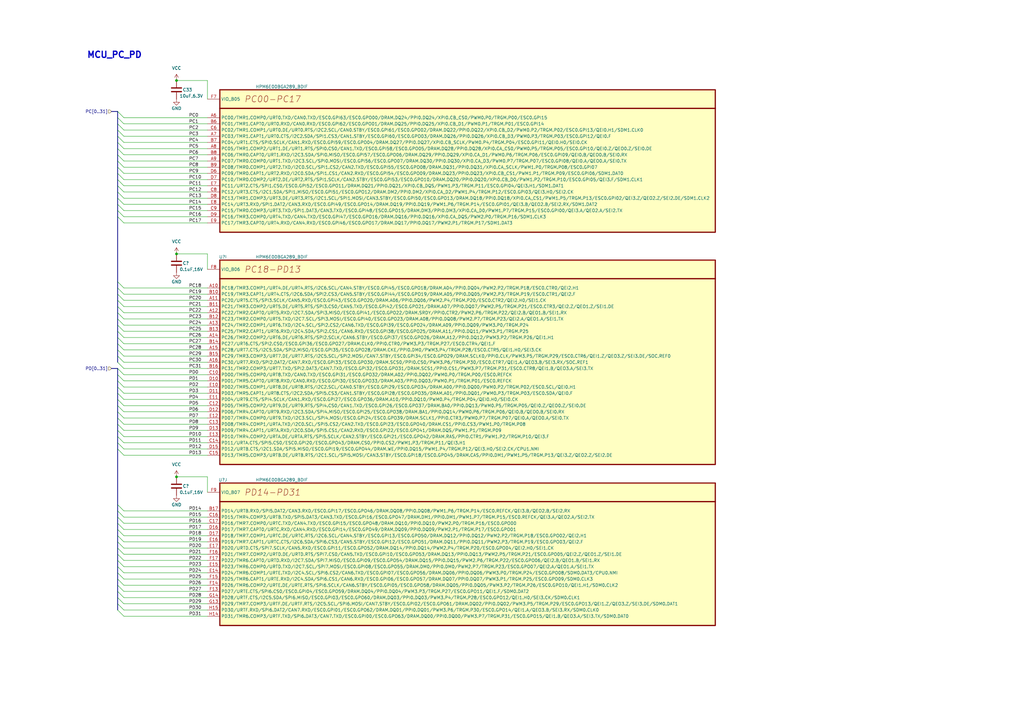
<source format=kicad_sch>
(kicad_sch (version 20230121) (generator eeschema)
  (paper "A3")
  (title_block (title "HPM6E00FULLPORTRevB") (date "2024-09-12") (rev "RevA") (comment 1 "MCU_PC_PD"))
  (junction (at 72.39 104.14))
  (junction (at 72.39 195.58))
  (junction (at 72.39 33.02))
  (bus_entry (at 48.26 219.71) (size 2.54 2.54))
  (bus_entry (at 48.26 214.63) (size 2.54 2.54))
  (bus_entry (at 48.26 48.26) (size 2.54 2.54))
  (bus_entry (at 48.26 232.41) (size 2.54 2.54))
  (bus_entry (at 48.26 247.65) (size 2.54 2.54))
  (bus_entry (at 48.26 133.35) (size 2.54 2.54))
  (bus_entry (at 48.26 83.82) (size 2.54 2.54))
  (bus_entry (at 48.26 151.13) (size 2.54 2.54))
  (bus_entry (at 48.26 71.12) (size 2.54 2.54))
  (bus_entry (at 48.26 120.65) (size 2.54 2.54))
  (bus_entry (at 48.26 184.15) (size 2.54 2.54))
  (bus_entry (at 48.26 125.73) (size 2.54 2.54))
  (bus_entry (at 48.26 166.37) (size 2.54 2.54))
  (bus_entry (at 48.26 207.01) (size 2.54 2.54))
  (bus_entry (at 48.26 158.75) (size 2.54 2.54))
  (bus_entry (at 48.26 240.03) (size 2.54 2.54))
  (bus_entry (at 48.26 81.28) (size 2.54 2.54))
  (bus_entry (at 48.26 234.95) (size 2.54 2.54))
  (bus_entry (at 48.26 138.43) (size 2.54 2.54))
  (bus_entry (at 48.26 86.36) (size 2.54 2.54))
  (bus_entry (at 48.26 128.27) (size 2.54 2.54))
  (bus_entry (at 48.26 148.59) (size 2.54 2.54))
  (bus_entry (at 48.26 115.57) (size 2.54 2.54))
  (bus_entry (at 48.26 153.67) (size 2.54 2.54))
  (bus_entry (at 48.26 163.83) (size 2.54 2.54))
  (bus_entry (at 48.26 143.51) (size 2.54 2.54))
  (bus_entry (at 48.26 229.87) (size 2.54 2.54))
  (bus_entry (at 48.26 171.45) (size 2.54 2.54))
  (bus_entry (at 48.26 217.17) (size 2.54 2.54))
  (bus_entry (at 48.26 212.09) (size 2.54 2.54))
  (bus_entry (at 48.26 130.81) (size 2.54 2.54))
  (bus_entry (at 48.26 88.9) (size 2.54 2.54))
  (bus_entry (at 48.26 50.8) (size 2.54 2.54))
  (bus_entry (at 48.26 68.58) (size 2.54 2.54))
  (bus_entry (at 48.26 176.53) (size 2.54 2.54))
  (bus_entry (at 48.26 224.79) (size 2.54 2.54))
  (bus_entry (at 48.26 181.61) (size 2.54 2.54))
  (bus_entry (at 48.26 245.11) (size 2.54 2.54))
  (bus_entry (at 48.26 78.74) (size 2.54 2.54))
  (bus_entry (at 48.26 73.66) (size 2.54 2.54))
  (bus_entry (at 48.26 156.21) (size 2.54 2.54))
  (bus_entry (at 48.26 66.04) (size 2.54 2.54))
  (bus_entry (at 48.26 135.89) (size 2.54 2.54))
  (bus_entry (at 48.26 63.5) (size 2.54 2.54))
  (bus_entry (at 48.26 237.49) (size 2.54 2.54))
  (bus_entry (at 48.26 209.55) (size 2.54 2.54))
  (bus_entry (at 48.26 76.2) (size 2.54 2.54))
  (bus_entry (at 48.26 123.19) (size 2.54 2.54))
  (bus_entry (at 48.26 242.57) (size 2.54 2.54))
  (bus_entry (at 48.26 179.07) (size 2.54 2.54))
  (bus_entry (at 48.26 55.88) (size 2.54 2.54))
  (bus_entry (at 48.26 45.72) (size 2.54 2.54))
  (bus_entry (at 48.26 161.29) (size 2.54 2.54))
  (bus_entry (at 48.26 250.19) (size 2.54 2.54))
  (bus_entry (at 48.26 168.91) (size 2.54 2.54))
  (bus_entry (at 48.26 60.96) (size 2.54 2.54))
  (bus_entry (at 48.26 222.25) (size 2.54 2.54))
  (bus_entry (at 48.26 118.11) (size 2.54 2.54))
  (bus_entry (at 48.26 53.34) (size 2.54 2.54))
  (bus_entry (at 48.26 140.97) (size 2.54 2.54))
  (bus_entry (at 48.26 58.42) (size 2.54 2.54))
  (bus_entry (at 48.26 146.05) (size 2.54 2.54))
  (bus_entry (at 48.26 227.33) (size 2.54 2.54))
  (bus_entry (at 48.26 173.99) (size 2.54 2.54))
  (bus (pts (xy 48.26 184.15) (xy 48.26 207.01)))
  (bus (pts (xy 48.26 237.49) (xy 48.26 240.03)))
  (wire (pts (xy 50.8 63.5) (xy 85.09 63.5)))
  (bus (pts (xy 48.26 63.5) (xy 48.26 66.04)))
  (bus (pts (xy 48.26 217.17) (xy 48.26 219.71)))
  (wire (pts (xy 50.8 163.83) (xy 85.09 163.83)))
  (wire (pts (xy 50.8 140.97) (xy 85.09 140.97)))
  (bus (pts (xy 48.26 156.21) (xy 48.26 158.75)))
  (bus (pts (xy 48.26 212.09) (xy 48.26 214.63)))
  (wire (pts (xy 50.8 135.89) (xy 85.09 135.89)))
  (wire (pts (xy 50.8 58.42) (xy 85.09 58.42)))
  (bus (pts (xy 48.26 86.36) (xy 48.26 88.9)))
  (bus (pts (xy 48.26 130.81) (xy 48.26 133.35)))
  (wire (pts (xy 85.09 195.58) (xy 72.39 195.58)))
  (wire (pts (xy 50.8 252.73) (xy 85.09 252.73)))
  (bus (pts (xy 48.26 224.79) (xy 48.26 227.33)))
  (wire (pts (xy 50.8 148.59) (xy 85.09 148.59)))
  (wire (pts (xy 50.8 48.26) (xy 85.09 48.26)))
  (wire (pts (xy 50.8 166.37) (xy 85.09 166.37)))
  (wire (pts (xy 50.8 209.55) (xy 85.09 209.55)))
  (bus (pts (xy 48.26 232.41) (xy 48.26 234.95)))
  (bus (pts (xy 48.26 128.27) (xy 48.26 130.81)))
  (wire (pts (xy 50.8 68.58) (xy 85.09 68.58)))
  (wire (pts (xy 50.8 60.96) (xy 85.09 60.96)))
  (bus (pts (xy 48.26 227.33) (xy 48.26 229.87)))
  (bus (pts (xy 48.26 55.88) (xy 48.26 58.42)))
  (wire (pts (xy 50.8 219.71) (xy 85.09 219.71)))
  (bus (pts (xy 48.26 66.04) (xy 48.26 68.58)))
  (wire (pts (xy 50.8 50.8) (xy 85.09 50.8)))
  (bus (pts (xy 48.26 209.55) (xy 48.26 212.09)))
  (bus (pts (xy 48.26 163.83) (xy 48.26 166.37)))
  (wire (pts (xy 50.8 222.25) (xy 85.09 222.25)))
  (bus (pts (xy 48.26 176.53) (xy 48.26 179.07)))
  (bus (pts (xy 48.26 53.34) (xy 48.26 55.88)))
  (wire (pts (xy 50.8 151.13) (xy 85.09 151.13)))
  (wire (pts (xy 50.8 146.05) (xy 85.09 146.05)))
  (bus (pts (xy 48.26 207.01) (xy 48.26 209.55)))
  (bus (pts (xy 48.26 81.28) (xy 48.26 83.82)))
  (bus (pts (xy 48.26 118.11) (xy 48.26 120.65)))
  (bus (pts (xy 48.26 45.72) (xy 48.26 48.26)))
  (bus (pts (xy 48.26 168.91) (xy 48.26 171.45)))
  (wire (pts (xy 85.09 33.02) (xy 85.09 40.64)))
  (wire (pts (xy 50.8 171.45) (xy 85.09 171.45)))
  (wire (pts (xy 50.8 81.28) (xy 85.09 81.28)))
  (bus (pts (xy 48.26 181.61) (xy 48.26 184.15)))
  (wire (pts (xy 50.8 53.34) (xy 85.09 53.34)))
  (wire (pts (xy 85.09 104.14) (xy 72.39 104.14)))
  (bus (pts (xy 48.26 60.96) (xy 48.26 63.5)))
  (wire (pts (xy 85.09 104.14) (xy 85.09 110.49)))
  (bus (pts (xy 48.26 222.25) (xy 48.26 224.79)))
  (bus (pts (xy 48.26 146.05) (xy 48.26 148.59)))
  (wire (pts (xy 85.09 33.02) (xy 72.39 33.02)))
  (wire (pts (xy 50.8 76.2) (xy 85.09 76.2)))
  (wire (pts (xy 50.8 214.63) (xy 85.09 214.63)))
  (bus (pts (xy 48.26 153.67) (xy 48.26 156.21)))
  (wire (pts (xy 50.8 176.53) (xy 85.09 176.53)))
  (wire (pts (xy 50.8 138.43) (xy 85.09 138.43)))
  (wire (pts (xy 50.8 66.04) (xy 85.09 66.04)))
  (wire (pts (xy 50.8 173.99) (xy 85.09 173.99)))
  (wire (pts (xy 50.8 158.75) (xy 85.09 158.75)))
  (wire (pts (xy 50.8 71.12) (xy 85.09 71.12)))
  (wire (pts (xy 50.8 217.17) (xy 85.09 217.17)))
  (wire (pts (xy 50.8 245.11) (xy 85.09 245.11)))
  (wire (pts (xy 50.8 123.19) (xy 85.09 123.19)))
  (wire (pts (xy 50.8 179.07) (xy 85.09 179.07)))
  (bus (pts (xy 48.26 135.89) (xy 48.26 138.43)))
  (bus (pts (xy 48.26 88.9) (xy 48.26 115.57)))
  (wire (pts (xy 50.8 156.21) (xy 85.09 156.21)))
  (wire (pts (xy 50.8 232.41) (xy 85.09 232.41)))
  (wire (pts (xy 50.8 227.33) (xy 85.09 227.33)))
  (bus (pts (xy 48.26 245.11) (xy 48.26 247.65)))
  (bus (pts (xy 48.26 120.65) (xy 48.26 123.19)))
  (bus (pts (xy 48.26 71.12) (xy 48.26 73.66)))
  (bus (pts (xy 48.26 229.87) (xy 48.26 232.41)))
  (bus (pts (xy 48.26 76.2) (xy 48.26 78.74)))
  (wire (pts (xy 50.8 130.81) (xy 85.09 130.81)))
  (bus (pts (xy 48.26 171.45) (xy 48.26 173.99)))
  (wire (pts (xy 50.8 73.66) (xy 85.09 73.66)))
  (bus (pts (xy 48.26 140.97) (xy 48.26 143.51)))
  (wire (pts (xy 50.8 229.87) (xy 85.09 229.87)))
  (wire (pts (xy 50.8 86.36) (xy 85.09 86.36)))
  (wire (pts (xy 50.8 55.88) (xy 85.09 55.88)))
  (bus (pts (xy 48.26 151.13) (xy 48.26 153.67)))
  (wire (pts (xy 50.8 186.69) (xy 85.09 186.69)))
  (wire (pts (xy 50.8 250.19) (xy 85.09 250.19)))
  (bus (pts (xy 48.26 83.82) (xy 48.26 86.36)))
  (bus (pts (xy 48.26 234.95) (xy 48.26 237.49)))
  (bus (pts (xy 48.26 58.42) (xy 48.26 60.96)))
  (bus (pts (xy 48.26 133.35) (xy 48.26 135.89)))
  (wire (pts (xy 50.8 234.95) (xy 85.09 234.95)))
  (bus (pts (xy 48.26 123.19) (xy 48.26 125.73)))
  (wire (pts (xy 50.8 133.35) (xy 85.09 133.35)))
  (bus (pts (xy 48.26 214.63) (xy 48.26 217.17)))
  (wire (pts (xy 50.8 242.57) (xy 85.09 242.57)))
  (wire (pts (xy 50.8 181.61) (xy 85.09 181.61)))
  (bus (pts (xy 48.26 48.26) (xy 48.26 50.8)))
  (wire (pts (xy 50.8 247.65) (xy 85.09 247.65)))
  (bus (pts (xy 48.26 115.57) (xy 48.26 118.11)))
  (bus (pts (xy 48.26 78.74) (xy 48.26 81.28)))
  (bus (pts (xy 48.26 50.8) (xy 48.26 53.34)))
  (bus (pts (xy 48.26 138.43) (xy 48.26 140.97)))
  (bus (pts (xy 48.26 240.03) (xy 48.26 242.57)))
  (wire (pts (xy 50.8 91.44) (xy 85.09 91.44)))
  (bus (pts (xy 45.72 45.72) (xy 48.26 45.72)))
  (wire (pts (xy 50.8 128.27) (xy 85.09 128.27)))
  (bus (pts (xy 45.72 151.13) (xy 48.26 151.13)))
  (bus (pts (xy 48.26 68.58) (xy 48.26 71.12)))
  (wire (pts (xy 50.8 88.9) (xy 85.09 88.9)))
  (wire (pts (xy 50.8 161.29) (xy 85.09 161.29)))
  (bus (pts (xy 48.26 247.65) (xy 48.26 250.19)))
  (wire (pts (xy 50.8 184.15) (xy 85.09 184.15)))
  (wire (pts (xy 50.8 125.73) (xy 85.09 125.73)))
  (wire (pts (xy 50.8 240.03) (xy 85.09 240.03)))
  (bus (pts (xy 48.26 125.73) (xy 48.26 128.27)))
  (wire (pts (xy 50.8 120.65) (xy 85.09 120.65)))
  (wire (pts (xy 50.8 237.49) (xy 85.09 237.49)))
  (wire (pts (xy 50.8 153.67) (xy 85.09 153.67)))
  (bus (pts (xy 48.26 161.29) (xy 48.26 163.83)))
  (wire (pts (xy 50.8 78.74) (xy 85.09 78.74)))
  (bus (pts (xy 48.26 173.99) (xy 48.26 176.53)))
  (bus (pts (xy 48.26 179.07) (xy 48.26 181.61)))
  (wire (pts (xy 50.8 224.79) (xy 85.09 224.79)))
  (wire (pts (xy 50.8 143.51) (xy 85.09 143.51)))
  (bus (pts (xy 48.26 158.75) (xy 48.26 161.29)))
  (wire (pts (xy 50.8 212.09) (xy 85.09 212.09)))
  (wire (pts (xy 50.8 118.11) (xy 85.09 118.11)))
  (bus (pts (xy 48.26 219.71) (xy 48.26 222.25)))
  (wire (pts (xy 85.09 195.58) (xy 85.09 201.93)))
  (wire (pts (xy 50.8 168.91) (xy 85.09 168.91)))
  (bus (pts (xy 48.26 166.37) (xy 48.26 168.91)))
  (wire (pts (xy 50.8 83.82) (xy 85.09 83.82)))
  (bus (pts (xy 48.26 242.57) (xy 48.26 245.11)))
  (bus (pts (xy 48.26 73.66) (xy 48.26 76.2)))
  (bus (pts (xy 48.26 143.51) (xy 48.26 146.05)))
  (text "MCU_PC_PD" (at 35.56 24.13 0) (effects (font (size 2.54 2.54) (thickness 0.508) bold) (justify left bottom)))
  (label "PD11" (at 77.47 181.61 0))
  (label "PC25" (at 77.47 135.89 0))
  (label "PC6" (at 77.47 63.5 0))
  (label "PD0" (at 77.47 153.67 0))
  (label "PD18" (at 77.47 219.71 0))
  (label "PD21" (at 77.47 227.33 0))
  (label "PC7" (at 77.47 66.04 0))
  (label "PC18" (at 77.47 118.11 0))
  (label "PD23" (at 77.47 232.41 0))
  (label "PD13" (at 77.47 186.69 0))
  (label "PC31" (at 77.47 151.13 0))
  (label "PC9" (at 77.47 71.12 0))
  (label "PD22" (at 77.47 229.87 0))
  (label "PC29" (at 77.47 146.05 0))
  (label "PD30" (at 77.47 250.19 0))
  (label "PC21" (at 77.47 125.73 0))
  (label "PC22" (at 77.47 128.27 0))
  (label "PC27" (at 77.47 140.97 0))
  (label "PC12" (at 77.47 78.74 0))
  (label "PD10" (at 77.47 179.07 0))
  (label "PD17" (at 77.47 217.17 0))
  (label "PC17" (at 77.47 91.44 0))
  (label "PC20" (at 77.47 123.19 0))
  (label "PD3" (at 77.47 161.29 0))
  (label "PC0" (at 77.47 48.26 0))
  (label "PC23" (at 77.47 130.81 0))
  (label "PD16" (at 77.47 214.63 0))
  (label "PC4" (at 77.47 58.42 0))
  (label "PC1" (at 77.47 50.8 0))
  (label "PD28" (at 77.47 245.11 0))
  (label "PC3" (at 77.47 55.88 0))
  (label "PD8" (at 77.47 173.99 0))
  (label "PC19" (at 77.47 120.65 0))
  (label "PD20" (at 77.47 224.79 0))
  (label "PD2" (at 77.47 158.75 0))
  (label "PC5" (at 77.47 60.96 0))
  (label "PC10" (at 77.47 73.66 0))
  (label "PC15" (at 77.47 86.36 0))
  (label "PD27" (at 77.47 242.57 0))
  (label "PC16" (at 77.47 88.9 0))
  (label "PD25" (at 77.47 237.49 0))
  (label "PD1" (at 77.47 156.21 0))
  (label "PD24" (at 77.47 234.95 0))
  (label "PD14" (at 77.47 209.55 0))
  (label "PD31" (at 77.47 252.73 0))
  (label "PC28" (at 77.47 143.51 0))
  (label "PD15" (at 77.47 212.09 0))
  (label "PC14" (at 77.47 83.82 0))
  (label "PC24" (at 77.47 133.35 0))
  (label "PC13" (at 77.47 81.28 0))
  (label "PC11" (at 77.47 76.2 0))
  (label "PD4" (at 77.47 163.83 0))
  (label "PC26" (at 77.47 138.43 0))
  (label "PD9" (at 77.47 176.53 0))
  (label "PD26" (at 77.47 240.03 0))
  (label "PC30" (at 77.47 148.59 0))
  (label "PD7" (at 77.47 171.45 0))
  (label "PD12" (at 77.47 184.15 0))
  (label "PD6" (at 77.47 168.91 0))
  (label "PC8" (at 77.47 68.58 0))
  (label "PC2" (at 77.47 53.34 0))
  (label "PD29" (at 77.47 247.65 0))
  (label "PD5" (at 77.47 166.37 0))
  (label "PD19" (at 77.47 222.25 0))
  (hierarchical_label "PD[0..31]" (shape input) (at 45.72 151.13 180))
  (hierarchical_label "PC[0..31]" (shape input) (at 45.72 45.72 180))
  (symbol (lib_id "99_HPM:HPM6E00BGA289_BDIF") (at 90.17 198.12 0) (unit 10)
    (property "Reference" "U?" (at 91.44 196.85 0))
    (property "Value" "HPM6E00BGA289_BDIF" (at 115.57 196.85 0))
    (property "Footprint" "00_HPM_Library:BGA-289_17x17_14.0x14.0mm" (effects hide))
    (instances (project "HPM6E00 SKT Board BGA289_BDIF REVA" (path "" (reference "U?") (unit 10))) (project "HPM6E00FULLPORTRevB" (path "" (reference "U2") (unit 10))))
  )
  (symbol (lib_id "99_HPM:HPM6E00BGA289_BDIF") (at 90.17 106.68 0) (unit 9)
    (property "Reference" "U?" (at 91.44 105.41 0))
    (property "Value" "HPM6E00BGA289_BDIF" (at 115.57 105.41 0))
    (property "Footprint" "00_HPM_Library:BGA-289_17x17_14.0x14.0mm" (effects hide))
    (instances (project "HPM6E00 SKT Board BGA289_BDIF REVA" (path "" (reference "U?") (unit 9))) (project "HPM6E00FULLPORTRevB" (path "" (reference "U2") (unit 9))))
  )
  (symbol (lib_id "power:GND") (at 72.39 111.76 0) (unit 1)
    (property "Reference" "#PWR?" (effects hide))
    (property "Value" "GND" (at 70.358 115.57 0) (effects (justify left)))
    (instances (project "HPM6E00 SKT Board BGA289_BDIF REVA" (path "" (reference "#PWR?") (unit 1)) (path "" (reference "#PWR?") (unit 1))) (project "HPM5300-CON-JTAG" (path "" (reference "#PWR?") (unit 1))) (project "HPM6E00FULLPORTRevB" (path "" (reference "#PWR?") (unit 1)) (path "" (reference "#PWR068") (unit 1))) (project "HPM5300 SKT Board LQFP100 REVA" (path "" (reference "#PWR?") (unit 1))))
  )
  (symbol (lib_id "03_HPM_Capacitance:10uF,6.3V_0402") (at 72.39 36.83 0) (unit 1)
    (property "Reference" "C33" (at 74.93 36.83 0) (effects (justify left)))
    (property "Value" "10uF,6.3V" (at 73.66 39.37 0) (effects (justify left)))
    (property "Footprint" "03_HPM_Capacitance:C_0402_1005Metric" (effects hide))
    (property "Model" "CL05A106MQ5NUNC" (effects hide))
    (property "Company" " SAMSUNG(三星)" (effects hide))
  )
  (symbol (lib_id "00_HPM_power:VCC") (at 72.39 104.14 0) (unit 1)
    (property "Reference" "#PWR?" (effects hide))
    (property "Value" "VCC" (at 72.39 99.06 0))
    (instances (project "HPM6E00FULLPORTRevB" (path "" (reference "#PWR?") (unit 1)) (path "" (reference "#PWR065") (unit 1))))
  )
  (symbol (lib_id "03_HPM_Capacitance:0.1uF,16V_0402") (at 72.39 199.39 0) (unit 1)
    (property "Reference" "C?" (at 74.93 199.39 0) (effects (justify left)))
    (property "Value" "0.1uF,16V" (at 73.66 201.93 0) (effects (justify left)))
    (property "Footprint" "03_HPM_Capacitance:C_0402_1005Metric" (effects hide))
    (property "Model" "CL05B104KO5NNNC" (effects hide))
    (property "Company" "SAMSUNG(三星)" (effects hide))
    (instances (project "HPM5300-USB-OSC" (path "" (reference "C?") (unit 1))) (project "HPM6E00 SKT Board BGA289_BDIF REVA" (path "" (reference "C?") (unit 1)) (path "" (reference "C?") (unit 1)) (path "" (reference "C?") (unit 1))) (project "HPM6E00FULLPORTRevB" (path "" (reference "C?") (unit 1)) (path "" (reference "C35") (unit 1))) (project "HPM5300 SKT Board LQFP100 REVA" (path "" (reference "C?") (unit 1))))
  )
  (symbol (lib_id "power:GND") (at 72.39 40.64 0) (unit 1)
    (property "Reference" "#PWR?" (effects hide))
    (property "Value" "GND" (at 70.358 44.45 0) (effects (justify left)))
    (instances (project "HPM6E00 SKT Board BGA289_BDIF REVA" (path "" (reference "#PWR?") (unit 1)) (path "" (reference "#PWR?") (unit 1))) (project "HPM5300-CON-JTAG" (path "" (reference "#PWR?") (unit 1))) (project "HPM6E00FULLPORTRevB" (path "" (reference "#PWR?") (unit 1)) (path "" (reference "#PWR067") (unit 1))) (project "HPM5300 SKT Board LQFP100 REVA" (path "" (reference "#PWR?") (unit 1))))
  )
  (symbol (lib_id "power:GND") (at 72.39 203.2 0) (unit 1)
    (property "Reference" "#PWR?" (effects hide))
    (property "Value" "GND" (at 70.358 207.01 0) (effects (justify left)))
    (instances (project "HPM6E00 SKT Board BGA289_BDIF REVA" (path "" (reference "#PWR?") (unit 1)) (path "" (reference "#PWR?") (unit 1))) (project "HPM5300-CON-JTAG" (path "" (reference "#PWR?") (unit 1))) (project "HPM6E00FULLPORTRevB" (path "" (reference "#PWR?") (unit 1)) (path "" (reference "#PWR069") (unit 1))) (project "HPM5300 SKT Board LQFP100 REVA" (path "" (reference "#PWR?") (unit 1))))
  )
  (symbol (lib_id "03_HPM_Capacitance:0.1uF,16V_0402") (at 72.39 107.95 0) (unit 1)
    (property "Reference" "C?" (at 74.93 107.95 0) (effects (justify left)))
    (property "Value" "0.1uF,16V" (at 73.66 110.49 0) (effects (justify left)))
    (property "Footprint" "03_HPM_Capacitance:C_0402_1005Metric" (effects hide))
    (property "Model" "CL05B104KO5NNNC" (effects hide))
    (property "Company" "SAMSUNG(三星)" (effects hide))
    (instances (project "HPM5300-USB-OSC" (path "" (reference "C?") (unit 1))) (project "HPM6E00 SKT Board BGA289_BDIF REVA" (path "" (reference "C?") (unit 1)) (path "" (reference "C?") (unit 1)) (path "" (reference "C?") (unit 1))) (project "HPM6E00FULLPORTRevB" (path "" (reference "C?") (unit 1)) (path "" (reference "C34") (unit 1))) (project "HPM5300 SKT Board LQFP100 REVA" (path "" (reference "C?") (unit 1))))
  )
  (symbol (lib_id "00_HPM_power:VCC") (at 72.39 195.58 0) (unit 1)
    (property "Reference" "#PWR?" (effects hide))
    (property "Value" "VCC" (at 72.39 190.5 0))
    (instances (project "HPM6E00FULLPORTRevB" (path "" (reference "#PWR?") (unit 1)) (path "" (reference "#PWR066") (unit 1))))
  )
  (symbol (lib_id "00_HPM_power:VCC") (at 72.39 33.02 0) (unit 1)
    (property "Reference" "#PWR?" (effects hide))
    (property "Value" "VCC" (at 72.39 27.94 0))
    (instances (project "HPM6E00FULLPORTRevB" (path "" (reference "#PWR?") (unit 1)) (path "" (reference "#PWR064") (unit 1))))
  )
  (symbol (lib_id "99_HPM:HPM6E00BGA289_BDIF") (at 90.17 36.83 0) (unit 8)
    (property "Reference" "U?" (effects hide))
    (property "Value" "HPM6E00BGA289_BDIF" (at 115.57 35.56 0))
    (property "Footprint" "00_HPM_Library:BGA-289_17x17_14.0x14.0mm" (effects hide))
    (instances (project "HPM6E00 SKT Board BGA289_BDIF REVA" (path "" (reference "U?") (unit 8))) (project "HPM6E00FULLPORTRevB" (path "" (reference "U2") (unit 8))))
  )
)
</source>
